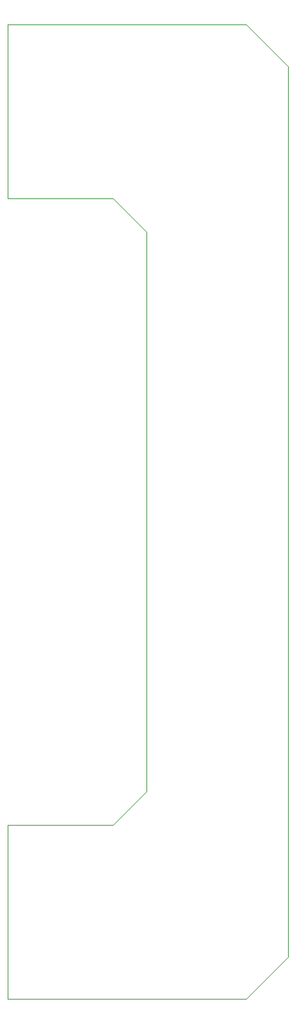
<source format=gko>
%FSLAX25Y25*%
%MOIN*%
G70*
G01*
G75*
G04 Layer_Color=16711935*
%ADD10O,0.01378X0.05512*%
%ADD11R,0.02362X0.04528*%
%ADD12R,0.03937X0.07874*%
%ADD13R,0.01772X0.02362*%
%ADD14R,0.08268X0.05906*%
%ADD15R,0.17716X0.17716*%
%ADD16O,0.02559X0.00984*%
%ADD17O,0.00984X0.02559*%
%ADD18R,0.05315X0.03740*%
%ADD19R,0.01575X0.01575*%
%ADD20R,0.11811X0.00039*%
%ADD21R,0.05512X0.08268*%
%ADD22O,0.02362X0.00984*%
%ADD23R,0.06693X0.03150*%
%ADD24R,0.00984X0.01969*%
%ADD25R,0.03937X0.03543*%
%ADD26R,0.03937X0.01378*%
%ADD27R,0.03150X0.06496*%
%ADD28R,0.03150X0.03543*%
%ADD29R,0.02362X0.01969*%
%ADD30R,0.01969X0.02362*%
%ADD31R,0.03543X0.03150*%
%ADD32R,0.03937X0.05118*%
%ADD33R,0.05118X0.03937*%
%ADD34C,0.03937*%
%ADD35C,0.00787*%
%ADD36C,0.03937*%
%ADD37C,0.01969*%
%ADD38C,0.01000*%
%ADD39C,0.01181*%
%ADD40C,0.01575*%
%ADD41C,0.02000*%
%ADD42C,0.02362*%
%ADD43R,0.03937X0.02913*%
%ADD44R,0.04724X0.03150*%
%ADD45R,0.18898X0.05079*%
%ADD46R,0.36142X0.03937*%
%ADD47R,1.00709X0.04764*%
%ADD48R,0.08583X0.15590*%
%ADD49R,0.12598X0.04764*%
%ADD50R,0.12598X0.05079*%
%ADD51R,0.01811X0.07992*%
G04:AMPARAMS|DCode=52|XSize=18.11mil|YSize=66.44mil|CornerRadius=0mil|HoleSize=0mil|Usage=FLASHONLY|Rotation=214.500|XOffset=0mil|YOffset=0mil|HoleType=Round|Shape=Rectangle|*
%AMROTATEDRECTD52*
4,1,4,-0.01135,0.03251,0.02628,-0.02225,0.01135,-0.03251,-0.02628,0.02225,-0.01135,0.03251,0.0*
%
%ADD52ROTATEDRECTD52*%

%ADD53R,0.35500X0.02000*%
%ADD54R,0.09055X0.04823*%
%ADD55R,0.12598X0.03150*%
%ADD56C,0.04724*%
%ADD57C,0.05512*%
%ADD58C,0.05906*%
%ADD59R,0.05906X0.05906*%
%ADD60R,0.05906X0.05906*%
%ADD61C,0.06299*%
%ADD62C,0.06000*%
%ADD63C,0.02598*%
%ADD64C,0.03150*%
%ADD65R,0.05000X0.03543*%
%ADD66R,0.03150X0.05709*%
%ADD67R,0.05118X0.02559*%
%ADD68O,0.02362X0.07284*%
%ADD69R,0.02756X0.05315*%
%ADD70O,0.02165X0.01181*%
%ADD71R,0.03543X0.02953*%
%ADD72R,0.02953X0.03543*%
%ADD73C,0.00984*%
%ADD74C,0.11811*%
%ADD75C,0.00800*%
%ADD76C,0.00394*%
D76*
X348500Y268500D02*
Y535500D01*
Y169500D02*
X396000D01*
X282000D02*
Y252500D01*
X332500D02*
X348500Y268500D01*
X282000Y252500D02*
X332500D01*
X348500Y268500D01*
X396000Y169500D02*
X416000Y189500D01*
X396000Y169500D02*
X416000Y189500D01*
X282000Y169500D02*
X396000D01*
X282000Y634500D02*
X396000D01*
X416000Y614500D01*
Y189500D02*
Y614500D01*
X396000Y169500D02*
X416000Y189500D01*
X396000Y169500D02*
X416000Y189500D01*
X396000Y634500D02*
X416000Y614500D01*
X332500Y551500D02*
X348500Y535500D01*
X282000Y551500D02*
X332500D01*
X348500Y535500D01*
X282000Y551500D02*
Y634500D01*
M02*

</source>
